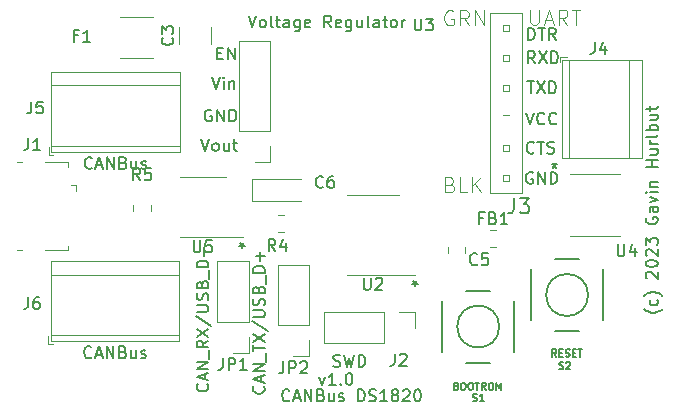
<source format=gbr>
%TF.GenerationSoftware,KiCad,Pcbnew,6.0.11-2627ca5db0~126~ubuntu22.04.1*%
%TF.CreationDate,2023-02-28T17:01:24-05:00*%
%TF.ProjectId,canbus-ds1820,63616e62-7573-42d6-9473-313832302e6b,1.0*%
%TF.SameCoordinates,Original*%
%TF.FileFunction,Legend,Top*%
%TF.FilePolarity,Positive*%
%FSLAX46Y46*%
G04 Gerber Fmt 4.6, Leading zero omitted, Abs format (unit mm)*
G04 Created by KiCad (PCBNEW 6.0.11-2627ca5db0~126~ubuntu22.04.1) date 2023-02-28 17:01:24*
%MOMM*%
%LPD*%
G01*
G04 APERTURE LIST*
%ADD10C,0.150000*%
%ADD11C,0.127000*%
%ADD12C,0.101600*%
%ADD13C,0.120000*%
%ADD14C,0.203200*%
%ADD15C,0.066040*%
G04 APERTURE END LIST*
D10*
X78188095Y-102482142D02*
X78140476Y-102529761D01*
X77997619Y-102577380D01*
X77902380Y-102577380D01*
X77759523Y-102529761D01*
X77664285Y-102434523D01*
X77616666Y-102339285D01*
X77569047Y-102148809D01*
X77569047Y-102005952D01*
X77616666Y-101815476D01*
X77664285Y-101720238D01*
X77759523Y-101625000D01*
X77902380Y-101577380D01*
X77997619Y-101577380D01*
X78140476Y-101625000D01*
X78188095Y-101672619D01*
X78569047Y-102291666D02*
X79045238Y-102291666D01*
X78473809Y-102577380D02*
X78807142Y-101577380D01*
X79140476Y-102577380D01*
X79473809Y-102577380D02*
X79473809Y-101577380D01*
X80045238Y-102577380D01*
X80045238Y-101577380D01*
X80854761Y-102053571D02*
X80997619Y-102101190D01*
X81045238Y-102148809D01*
X81092857Y-102244047D01*
X81092857Y-102386904D01*
X81045238Y-102482142D01*
X80997619Y-102529761D01*
X80902380Y-102577380D01*
X80521428Y-102577380D01*
X80521428Y-101577380D01*
X80854761Y-101577380D01*
X80950000Y-101625000D01*
X80997619Y-101672619D01*
X81045238Y-101767857D01*
X81045238Y-101863095D01*
X80997619Y-101958333D01*
X80950000Y-102005952D01*
X80854761Y-102053571D01*
X80521428Y-102053571D01*
X81950000Y-101910714D02*
X81950000Y-102577380D01*
X81521428Y-101910714D02*
X81521428Y-102434523D01*
X81569047Y-102529761D01*
X81664285Y-102577380D01*
X81807142Y-102577380D01*
X81902380Y-102529761D01*
X81950000Y-102482142D01*
X82378571Y-102529761D02*
X82473809Y-102577380D01*
X82664285Y-102577380D01*
X82759523Y-102529761D01*
X82807142Y-102434523D01*
X82807142Y-102386904D01*
X82759523Y-102291666D01*
X82664285Y-102244047D01*
X82521428Y-102244047D01*
X82426190Y-102196428D01*
X82378571Y-102101190D01*
X82378571Y-102053571D01*
X82426190Y-101958333D01*
X82521428Y-101910714D01*
X82664285Y-101910714D01*
X82759523Y-101958333D01*
X83997619Y-102577380D02*
X83997619Y-101577380D01*
X84235714Y-101577380D01*
X84378571Y-101625000D01*
X84473809Y-101720238D01*
X84521428Y-101815476D01*
X84569047Y-102005952D01*
X84569047Y-102148809D01*
X84521428Y-102339285D01*
X84473809Y-102434523D01*
X84378571Y-102529761D01*
X84235714Y-102577380D01*
X83997619Y-102577380D01*
X84950000Y-102529761D02*
X85092857Y-102577380D01*
X85330952Y-102577380D01*
X85426190Y-102529761D01*
X85473809Y-102482142D01*
X85521428Y-102386904D01*
X85521428Y-102291666D01*
X85473809Y-102196428D01*
X85426190Y-102148809D01*
X85330952Y-102101190D01*
X85140476Y-102053571D01*
X85045238Y-102005952D01*
X84997619Y-101958333D01*
X84950000Y-101863095D01*
X84950000Y-101767857D01*
X84997619Y-101672619D01*
X85045238Y-101625000D01*
X85140476Y-101577380D01*
X85378571Y-101577380D01*
X85521428Y-101625000D01*
X86473809Y-102577380D02*
X85902380Y-102577380D01*
X86188095Y-102577380D02*
X86188095Y-101577380D01*
X86092857Y-101720238D01*
X85997619Y-101815476D01*
X85902380Y-101863095D01*
X87045238Y-102005952D02*
X86950000Y-101958333D01*
X86902380Y-101910714D01*
X86854761Y-101815476D01*
X86854761Y-101767857D01*
X86902380Y-101672619D01*
X86950000Y-101625000D01*
X87045238Y-101577380D01*
X87235714Y-101577380D01*
X87330952Y-101625000D01*
X87378571Y-101672619D01*
X87426190Y-101767857D01*
X87426190Y-101815476D01*
X87378571Y-101910714D01*
X87330952Y-101958333D01*
X87235714Y-102005952D01*
X87045238Y-102005952D01*
X86950000Y-102053571D01*
X86902380Y-102101190D01*
X86854761Y-102196428D01*
X86854761Y-102386904D01*
X86902380Y-102482142D01*
X86950000Y-102529761D01*
X87045238Y-102577380D01*
X87235714Y-102577380D01*
X87330952Y-102529761D01*
X87378571Y-102482142D01*
X87426190Y-102386904D01*
X87426190Y-102196428D01*
X87378571Y-102101190D01*
X87330952Y-102053571D01*
X87235714Y-102005952D01*
X87807142Y-101672619D02*
X87854761Y-101625000D01*
X87950000Y-101577380D01*
X88188095Y-101577380D01*
X88283333Y-101625000D01*
X88330952Y-101672619D01*
X88378571Y-101767857D01*
X88378571Y-101863095D01*
X88330952Y-102005952D01*
X87759523Y-102577380D01*
X88378571Y-102577380D01*
X88997619Y-101577380D02*
X89092857Y-101577380D01*
X89188095Y-101625000D01*
X89235714Y-101672619D01*
X89283333Y-101767857D01*
X89330952Y-101958333D01*
X89330952Y-102196428D01*
X89283333Y-102386904D01*
X89235714Y-102482142D01*
X89188095Y-102529761D01*
X89092857Y-102577380D01*
X88997619Y-102577380D01*
X88902380Y-102529761D01*
X88854761Y-102482142D01*
X88807142Y-102386904D01*
X88759523Y-102196428D01*
X88759523Y-101958333D01*
X88807142Y-101767857D01*
X88854761Y-101672619D01*
X88902380Y-101625000D01*
X88997619Y-101577380D01*
X80721428Y-100535714D02*
X80959523Y-101202380D01*
X81197619Y-100535714D01*
X82102380Y-101202380D02*
X81530952Y-101202380D01*
X81816666Y-101202380D02*
X81816666Y-100202380D01*
X81721428Y-100345238D01*
X81626190Y-100440476D01*
X81530952Y-100488095D01*
X82530952Y-101107142D02*
X82578571Y-101154761D01*
X82530952Y-101202380D01*
X82483333Y-101154761D01*
X82530952Y-101107142D01*
X82530952Y-101202380D01*
X83197619Y-100202380D02*
X83292857Y-100202380D01*
X83388095Y-100250000D01*
X83435714Y-100297619D01*
X83483333Y-100392857D01*
X83530952Y-100583333D01*
X83530952Y-100821428D01*
X83483333Y-101011904D01*
X83435714Y-101107142D01*
X83388095Y-101154761D01*
X83292857Y-101202380D01*
X83197619Y-101202380D01*
X83102380Y-101154761D01*
X83054761Y-101107142D01*
X83007142Y-101011904D01*
X82959523Y-100821428D01*
X82959523Y-100583333D01*
X83007142Y-100392857D01*
X83054761Y-100297619D01*
X83102380Y-100250000D01*
X83197619Y-100202380D01*
X109758333Y-94780952D02*
X109710714Y-94828571D01*
X109567857Y-94923809D01*
X109472619Y-94971428D01*
X109329761Y-95019047D01*
X109091666Y-95066666D01*
X108901190Y-95066666D01*
X108663095Y-95019047D01*
X108520238Y-94971428D01*
X108425000Y-94923809D01*
X108282142Y-94828571D01*
X108234523Y-94780952D01*
X109329761Y-93971428D02*
X109377380Y-94066666D01*
X109377380Y-94257142D01*
X109329761Y-94352380D01*
X109282142Y-94400000D01*
X109186904Y-94447619D01*
X108901190Y-94447619D01*
X108805952Y-94400000D01*
X108758333Y-94352380D01*
X108710714Y-94257142D01*
X108710714Y-94066666D01*
X108758333Y-93971428D01*
X109758333Y-93638095D02*
X109710714Y-93590476D01*
X109567857Y-93495238D01*
X109472619Y-93447619D01*
X109329761Y-93400000D01*
X109091666Y-93352380D01*
X108901190Y-93352380D01*
X108663095Y-93400000D01*
X108520238Y-93447619D01*
X108425000Y-93495238D01*
X108282142Y-93590476D01*
X108234523Y-93638095D01*
X108472619Y-92161904D02*
X108425000Y-92114285D01*
X108377380Y-92019047D01*
X108377380Y-91780952D01*
X108425000Y-91685714D01*
X108472619Y-91638095D01*
X108567857Y-91590476D01*
X108663095Y-91590476D01*
X108805952Y-91638095D01*
X109377380Y-92209523D01*
X109377380Y-91590476D01*
X108377380Y-90971428D02*
X108377380Y-90876190D01*
X108425000Y-90780952D01*
X108472619Y-90733333D01*
X108567857Y-90685714D01*
X108758333Y-90638095D01*
X108996428Y-90638095D01*
X109186904Y-90685714D01*
X109282142Y-90733333D01*
X109329761Y-90780952D01*
X109377380Y-90876190D01*
X109377380Y-90971428D01*
X109329761Y-91066666D01*
X109282142Y-91114285D01*
X109186904Y-91161904D01*
X108996428Y-91209523D01*
X108758333Y-91209523D01*
X108567857Y-91161904D01*
X108472619Y-91114285D01*
X108425000Y-91066666D01*
X108377380Y-90971428D01*
X108472619Y-90257142D02*
X108425000Y-90209523D01*
X108377380Y-90114285D01*
X108377380Y-89876190D01*
X108425000Y-89780952D01*
X108472619Y-89733333D01*
X108567857Y-89685714D01*
X108663095Y-89685714D01*
X108805952Y-89733333D01*
X109377380Y-90304761D01*
X109377380Y-89685714D01*
X108377380Y-89352380D02*
X108377380Y-88733333D01*
X108758333Y-89066666D01*
X108758333Y-88923809D01*
X108805952Y-88828571D01*
X108853571Y-88780952D01*
X108948809Y-88733333D01*
X109186904Y-88733333D01*
X109282142Y-88780952D01*
X109329761Y-88828571D01*
X109377380Y-88923809D01*
X109377380Y-89209523D01*
X109329761Y-89304761D01*
X109282142Y-89352380D01*
X108425000Y-87019047D02*
X108377380Y-87114285D01*
X108377380Y-87257142D01*
X108425000Y-87400000D01*
X108520238Y-87495238D01*
X108615476Y-87542857D01*
X108805952Y-87590476D01*
X108948809Y-87590476D01*
X109139285Y-87542857D01*
X109234523Y-87495238D01*
X109329761Y-87400000D01*
X109377380Y-87257142D01*
X109377380Y-87161904D01*
X109329761Y-87019047D01*
X109282142Y-86971428D01*
X108948809Y-86971428D01*
X108948809Y-87161904D01*
X109377380Y-86114285D02*
X108853571Y-86114285D01*
X108758333Y-86161904D01*
X108710714Y-86257142D01*
X108710714Y-86447619D01*
X108758333Y-86542857D01*
X109329761Y-86114285D02*
X109377380Y-86209523D01*
X109377380Y-86447619D01*
X109329761Y-86542857D01*
X109234523Y-86590476D01*
X109139285Y-86590476D01*
X109044047Y-86542857D01*
X108996428Y-86447619D01*
X108996428Y-86209523D01*
X108948809Y-86114285D01*
X108710714Y-85733333D02*
X109377380Y-85495238D01*
X108710714Y-85257142D01*
X109377380Y-84876190D02*
X108710714Y-84876190D01*
X108377380Y-84876190D02*
X108425000Y-84923809D01*
X108472619Y-84876190D01*
X108425000Y-84828571D01*
X108377380Y-84876190D01*
X108472619Y-84876190D01*
X108710714Y-84400000D02*
X109377380Y-84400000D01*
X108805952Y-84400000D02*
X108758333Y-84352380D01*
X108710714Y-84257142D01*
X108710714Y-84114285D01*
X108758333Y-84019047D01*
X108853571Y-83971428D01*
X109377380Y-83971428D01*
X109377380Y-82733333D02*
X108377380Y-82733333D01*
X108853571Y-82733333D02*
X108853571Y-82161904D01*
X109377380Y-82161904D02*
X108377380Y-82161904D01*
X108710714Y-81257142D02*
X109377380Y-81257142D01*
X108710714Y-81685714D02*
X109234523Y-81685714D01*
X109329761Y-81638095D01*
X109377380Y-81542857D01*
X109377380Y-81400000D01*
X109329761Y-81304761D01*
X109282142Y-81257142D01*
X109377380Y-80780952D02*
X108710714Y-80780952D01*
X108901190Y-80780952D02*
X108805952Y-80733333D01*
X108758333Y-80685714D01*
X108710714Y-80590476D01*
X108710714Y-80495238D01*
X109377380Y-80019047D02*
X109329761Y-80114285D01*
X109234523Y-80161904D01*
X108377380Y-80161904D01*
X109377380Y-79638095D02*
X108377380Y-79638095D01*
X108758333Y-79638095D02*
X108710714Y-79542857D01*
X108710714Y-79352380D01*
X108758333Y-79257142D01*
X108805952Y-79209523D01*
X108901190Y-79161904D01*
X109186904Y-79161904D01*
X109282142Y-79209523D01*
X109329761Y-79257142D01*
X109377380Y-79352380D01*
X109377380Y-79542857D01*
X109329761Y-79638095D01*
X108710714Y-78304761D02*
X109377380Y-78304761D01*
X108710714Y-78733333D02*
X109234523Y-78733333D01*
X109329761Y-78685714D01*
X109377380Y-78590476D01*
X109377380Y-78447619D01*
X109329761Y-78352380D01*
X109282142Y-78304761D01*
X108710714Y-77971428D02*
X108710714Y-77590476D01*
X108377380Y-77828571D02*
X109234523Y-77828571D01*
X109329761Y-77780952D01*
X109377380Y-77685714D01*
X109377380Y-77590476D01*
%TO.C,U4*%
X105988095Y-89302380D02*
X105988095Y-90111904D01*
X106035714Y-90207142D01*
X106083333Y-90254761D01*
X106178571Y-90302380D01*
X106369047Y-90302380D01*
X106464285Y-90254761D01*
X106511904Y-90207142D01*
X106559523Y-90111904D01*
X106559523Y-89302380D01*
X107464285Y-89635714D02*
X107464285Y-90302380D01*
X107226190Y-89254761D02*
X106988095Y-89969047D01*
X107607142Y-89969047D01*
X100625850Y-82362380D02*
X100625850Y-82600476D01*
X100387754Y-82505238D02*
X100625850Y-82600476D01*
X100863945Y-82505238D01*
X100482992Y-82790952D02*
X100625850Y-82600476D01*
X100768707Y-82790952D01*
X100625850Y-82362380D02*
X100625850Y-82600476D01*
X100387754Y-82505238D02*
X100625850Y-82600476D01*
X100863945Y-82505238D01*
X100482992Y-82790952D02*
X100625850Y-82600476D01*
X100768707Y-82790952D01*
%TO.C,J4*%
X104041666Y-72177380D02*
X104041666Y-72891666D01*
X103994047Y-73034523D01*
X103898809Y-73129761D01*
X103755952Y-73177380D01*
X103660714Y-73177380D01*
X104946428Y-72510714D02*
X104946428Y-73177380D01*
X104708333Y-72129761D02*
X104470238Y-72844047D01*
X105089285Y-72844047D01*
%TO.C,JP1*%
X72566666Y-98922380D02*
X72566666Y-99636666D01*
X72519047Y-99779523D01*
X72423809Y-99874761D01*
X72280952Y-99922380D01*
X72185714Y-99922380D01*
X73042857Y-99922380D02*
X73042857Y-98922380D01*
X73423809Y-98922380D01*
X73519047Y-98970000D01*
X73566666Y-99017619D01*
X73614285Y-99112857D01*
X73614285Y-99255714D01*
X73566666Y-99350952D01*
X73519047Y-99398571D01*
X73423809Y-99446190D01*
X73042857Y-99446190D01*
X74566666Y-99922380D02*
X73995238Y-99922380D01*
X74280952Y-99922380D02*
X74280952Y-98922380D01*
X74185714Y-99065238D01*
X74090476Y-99160476D01*
X73995238Y-99208095D01*
X71232142Y-101098809D02*
X71279761Y-101146428D01*
X71327380Y-101289285D01*
X71327380Y-101384523D01*
X71279761Y-101527380D01*
X71184523Y-101622619D01*
X71089285Y-101670238D01*
X70898809Y-101717857D01*
X70755952Y-101717857D01*
X70565476Y-101670238D01*
X70470238Y-101622619D01*
X70375000Y-101527380D01*
X70327380Y-101384523D01*
X70327380Y-101289285D01*
X70375000Y-101146428D01*
X70422619Y-101098809D01*
X71041666Y-100717857D02*
X71041666Y-100241666D01*
X71327380Y-100813095D02*
X70327380Y-100479761D01*
X71327380Y-100146428D01*
X71327380Y-99813095D02*
X70327380Y-99813095D01*
X71327380Y-99241666D01*
X70327380Y-99241666D01*
X71422619Y-99003571D02*
X71422619Y-98241666D01*
X71327380Y-97432142D02*
X70851190Y-97765476D01*
X71327380Y-98003571D02*
X70327380Y-98003571D01*
X70327380Y-97622619D01*
X70375000Y-97527380D01*
X70422619Y-97479761D01*
X70517857Y-97432142D01*
X70660714Y-97432142D01*
X70755952Y-97479761D01*
X70803571Y-97527380D01*
X70851190Y-97622619D01*
X70851190Y-98003571D01*
X70327380Y-97098809D02*
X71327380Y-96432142D01*
X70327380Y-96432142D02*
X71327380Y-97098809D01*
X70279761Y-95336904D02*
X71565476Y-96194047D01*
X70327380Y-95003571D02*
X71136904Y-95003571D01*
X71232142Y-94955952D01*
X71279761Y-94908333D01*
X71327380Y-94813095D01*
X71327380Y-94622619D01*
X71279761Y-94527380D01*
X71232142Y-94479761D01*
X71136904Y-94432142D01*
X70327380Y-94432142D01*
X71279761Y-94003571D02*
X71327380Y-93860714D01*
X71327380Y-93622619D01*
X71279761Y-93527380D01*
X71232142Y-93479761D01*
X71136904Y-93432142D01*
X71041666Y-93432142D01*
X70946428Y-93479761D01*
X70898809Y-93527380D01*
X70851190Y-93622619D01*
X70803571Y-93813095D01*
X70755952Y-93908333D01*
X70708333Y-93955952D01*
X70613095Y-94003571D01*
X70517857Y-94003571D01*
X70422619Y-93955952D01*
X70375000Y-93908333D01*
X70327380Y-93813095D01*
X70327380Y-93575000D01*
X70375000Y-93432142D01*
X70803571Y-92670238D02*
X70851190Y-92527380D01*
X70898809Y-92479761D01*
X70994047Y-92432142D01*
X71136904Y-92432142D01*
X71232142Y-92479761D01*
X71279761Y-92527380D01*
X71327380Y-92622619D01*
X71327380Y-93003571D01*
X70327380Y-93003571D01*
X70327380Y-92670238D01*
X70375000Y-92575000D01*
X70422619Y-92527380D01*
X70517857Y-92479761D01*
X70613095Y-92479761D01*
X70708333Y-92527380D01*
X70755952Y-92575000D01*
X70803571Y-92670238D01*
X70803571Y-93003571D01*
X71422619Y-92241666D02*
X71422619Y-91479761D01*
X71327380Y-91241666D02*
X70327380Y-91241666D01*
X70327380Y-91003571D01*
X70375000Y-90860714D01*
X70470238Y-90765476D01*
X70565476Y-90717857D01*
X70755952Y-90670238D01*
X70898809Y-90670238D01*
X71089285Y-90717857D01*
X71184523Y-90765476D01*
X71279761Y-90860714D01*
X71327380Y-91003571D01*
X71327380Y-91241666D01*
X70946428Y-90241666D02*
X70946428Y-89479761D01*
%TO.C,J6*%
X56066666Y-93752380D02*
X56066666Y-94466666D01*
X56019047Y-94609523D01*
X55923809Y-94704761D01*
X55780952Y-94752380D01*
X55685714Y-94752380D01*
X56971428Y-93752380D02*
X56780952Y-93752380D01*
X56685714Y-93800000D01*
X56638095Y-93847619D01*
X56542857Y-93990476D01*
X56495238Y-94180952D01*
X56495238Y-94561904D01*
X56542857Y-94657142D01*
X56590476Y-94704761D01*
X56685714Y-94752380D01*
X56876190Y-94752380D01*
X56971428Y-94704761D01*
X57019047Y-94657142D01*
X57066666Y-94561904D01*
X57066666Y-94323809D01*
X57019047Y-94228571D01*
X56971428Y-94180952D01*
X56876190Y-94133333D01*
X56685714Y-94133333D01*
X56590476Y-94180952D01*
X56542857Y-94228571D01*
X56495238Y-94323809D01*
X61435000Y-98827142D02*
X61387380Y-98874761D01*
X61244523Y-98922380D01*
X61149285Y-98922380D01*
X61006428Y-98874761D01*
X60911190Y-98779523D01*
X60863571Y-98684285D01*
X60815952Y-98493809D01*
X60815952Y-98350952D01*
X60863571Y-98160476D01*
X60911190Y-98065238D01*
X61006428Y-97970000D01*
X61149285Y-97922380D01*
X61244523Y-97922380D01*
X61387380Y-97970000D01*
X61435000Y-98017619D01*
X61815952Y-98636666D02*
X62292142Y-98636666D01*
X61720714Y-98922380D02*
X62054047Y-97922380D01*
X62387380Y-98922380D01*
X62720714Y-98922380D02*
X62720714Y-97922380D01*
X63292142Y-98922380D01*
X63292142Y-97922380D01*
X64101666Y-98398571D02*
X64244523Y-98446190D01*
X64292142Y-98493809D01*
X64339761Y-98589047D01*
X64339761Y-98731904D01*
X64292142Y-98827142D01*
X64244523Y-98874761D01*
X64149285Y-98922380D01*
X63768333Y-98922380D01*
X63768333Y-97922380D01*
X64101666Y-97922380D01*
X64196904Y-97970000D01*
X64244523Y-98017619D01*
X64292142Y-98112857D01*
X64292142Y-98208095D01*
X64244523Y-98303333D01*
X64196904Y-98350952D01*
X64101666Y-98398571D01*
X63768333Y-98398571D01*
X65196904Y-98255714D02*
X65196904Y-98922380D01*
X64768333Y-98255714D02*
X64768333Y-98779523D01*
X64815952Y-98874761D01*
X64911190Y-98922380D01*
X65054047Y-98922380D01*
X65149285Y-98874761D01*
X65196904Y-98827142D01*
X65625476Y-98874761D02*
X65720714Y-98922380D01*
X65911190Y-98922380D01*
X66006428Y-98874761D01*
X66054047Y-98779523D01*
X66054047Y-98731904D01*
X66006428Y-98636666D01*
X65911190Y-98589047D01*
X65768333Y-98589047D01*
X65673095Y-98541428D01*
X65625476Y-98446190D01*
X65625476Y-98398571D01*
X65673095Y-98303333D01*
X65768333Y-98255714D01*
X65911190Y-98255714D01*
X66006428Y-98303333D01*
%TO.C,J2*%
X87116666Y-98552380D02*
X87116666Y-99266666D01*
X87069047Y-99409523D01*
X86973809Y-99504761D01*
X86830952Y-99552380D01*
X86735714Y-99552380D01*
X87545238Y-98647619D02*
X87592857Y-98600000D01*
X87688095Y-98552380D01*
X87926190Y-98552380D01*
X88021428Y-98600000D01*
X88069047Y-98647619D01*
X88116666Y-98742857D01*
X88116666Y-98838095D01*
X88069047Y-98980952D01*
X87497619Y-99552380D01*
X88116666Y-99552380D01*
X81917857Y-99604761D02*
X82060714Y-99652380D01*
X82298809Y-99652380D01*
X82394047Y-99604761D01*
X82441666Y-99557142D01*
X82489285Y-99461904D01*
X82489285Y-99366666D01*
X82441666Y-99271428D01*
X82394047Y-99223809D01*
X82298809Y-99176190D01*
X82108333Y-99128571D01*
X82013095Y-99080952D01*
X81965476Y-99033333D01*
X81917857Y-98938095D01*
X81917857Y-98842857D01*
X81965476Y-98747619D01*
X82013095Y-98700000D01*
X82108333Y-98652380D01*
X82346428Y-98652380D01*
X82489285Y-98700000D01*
X82822619Y-98652380D02*
X83060714Y-99652380D01*
X83251190Y-98938095D01*
X83441666Y-99652380D01*
X83679761Y-98652380D01*
X84060714Y-99652380D02*
X84060714Y-98652380D01*
X84298809Y-98652380D01*
X84441666Y-98700000D01*
X84536904Y-98795238D01*
X84584523Y-98890476D01*
X84632142Y-99080952D01*
X84632142Y-99223809D01*
X84584523Y-99414285D01*
X84536904Y-99509523D01*
X84441666Y-99604761D01*
X84298809Y-99652380D01*
X84060714Y-99652380D01*
%TO.C,R5*%
X65558333Y-83852380D02*
X65225000Y-83376190D01*
X64986904Y-83852380D02*
X64986904Y-82852380D01*
X65367857Y-82852380D01*
X65463095Y-82900000D01*
X65510714Y-82947619D01*
X65558333Y-83042857D01*
X65558333Y-83185714D01*
X65510714Y-83280952D01*
X65463095Y-83328571D01*
X65367857Y-83376190D01*
X64986904Y-83376190D01*
X66463095Y-82852380D02*
X65986904Y-82852380D01*
X65939285Y-83328571D01*
X65986904Y-83280952D01*
X66082142Y-83233333D01*
X66320238Y-83233333D01*
X66415476Y-83280952D01*
X66463095Y-83328571D01*
X66510714Y-83423809D01*
X66510714Y-83661904D01*
X66463095Y-83757142D01*
X66415476Y-83804761D01*
X66320238Y-83852380D01*
X66082142Y-83852380D01*
X65986904Y-83804761D01*
X65939285Y-83757142D01*
%TO.C,C5*%
X94083333Y-90957142D02*
X94035714Y-91004761D01*
X93892857Y-91052380D01*
X93797619Y-91052380D01*
X93654761Y-91004761D01*
X93559523Y-90909523D01*
X93511904Y-90814285D01*
X93464285Y-90623809D01*
X93464285Y-90480952D01*
X93511904Y-90290476D01*
X93559523Y-90195238D01*
X93654761Y-90100000D01*
X93797619Y-90052380D01*
X93892857Y-90052380D01*
X94035714Y-90100000D01*
X94083333Y-90147619D01*
X94988095Y-90052380D02*
X94511904Y-90052380D01*
X94464285Y-90528571D01*
X94511904Y-90480952D01*
X94607142Y-90433333D01*
X94845238Y-90433333D01*
X94940476Y-90480952D01*
X94988095Y-90528571D01*
X95035714Y-90623809D01*
X95035714Y-90861904D01*
X94988095Y-90957142D01*
X94940476Y-91004761D01*
X94845238Y-91052380D01*
X94607142Y-91052380D01*
X94511904Y-91004761D01*
X94464285Y-90957142D01*
D11*
%TO.C,S1*%
X93710542Y-102521742D02*
X93797628Y-102550771D01*
X93942771Y-102550771D01*
X94000828Y-102521742D01*
X94029857Y-102492714D01*
X94058885Y-102434657D01*
X94058885Y-102376600D01*
X94029857Y-102318542D01*
X94000828Y-102289514D01*
X93942771Y-102260485D01*
X93826657Y-102231457D01*
X93768600Y-102202428D01*
X93739571Y-102173400D01*
X93710542Y-102115342D01*
X93710542Y-102057285D01*
X93739571Y-101999228D01*
X93768600Y-101970200D01*
X93826657Y-101941171D01*
X93971800Y-101941171D01*
X94058885Y-101970200D01*
X94639457Y-102550771D02*
X94291114Y-102550771D01*
X94465285Y-102550771D02*
X94465285Y-101941171D01*
X94407228Y-102028257D01*
X94349171Y-102086314D01*
X94291114Y-102115342D01*
X92325228Y-101281457D02*
X92412314Y-101310485D01*
X92441342Y-101339514D01*
X92470371Y-101397571D01*
X92470371Y-101484657D01*
X92441342Y-101542714D01*
X92412314Y-101571742D01*
X92354257Y-101600771D01*
X92122028Y-101600771D01*
X92122028Y-100991171D01*
X92325228Y-100991171D01*
X92383285Y-101020200D01*
X92412314Y-101049228D01*
X92441342Y-101107285D01*
X92441342Y-101165342D01*
X92412314Y-101223400D01*
X92383285Y-101252428D01*
X92325228Y-101281457D01*
X92122028Y-101281457D01*
X92847742Y-100991171D02*
X92963857Y-100991171D01*
X93021914Y-101020200D01*
X93079971Y-101078257D01*
X93109000Y-101194371D01*
X93109000Y-101397571D01*
X93079971Y-101513685D01*
X93021914Y-101571742D01*
X92963857Y-101600771D01*
X92847742Y-101600771D01*
X92789685Y-101571742D01*
X92731628Y-101513685D01*
X92702600Y-101397571D01*
X92702600Y-101194371D01*
X92731628Y-101078257D01*
X92789685Y-101020200D01*
X92847742Y-100991171D01*
X93486371Y-100991171D02*
X93602485Y-100991171D01*
X93660542Y-101020200D01*
X93718600Y-101078257D01*
X93747628Y-101194371D01*
X93747628Y-101397571D01*
X93718600Y-101513685D01*
X93660542Y-101571742D01*
X93602485Y-101600771D01*
X93486371Y-101600771D01*
X93428314Y-101571742D01*
X93370257Y-101513685D01*
X93341228Y-101397571D01*
X93341228Y-101194371D01*
X93370257Y-101078257D01*
X93428314Y-101020200D01*
X93486371Y-100991171D01*
X93921800Y-100991171D02*
X94270142Y-100991171D01*
X94095971Y-101600771D02*
X94095971Y-100991171D01*
X94821685Y-101600771D02*
X94618485Y-101310485D01*
X94473342Y-101600771D02*
X94473342Y-100991171D01*
X94705571Y-100991171D01*
X94763628Y-101020200D01*
X94792657Y-101049228D01*
X94821685Y-101107285D01*
X94821685Y-101194371D01*
X94792657Y-101252428D01*
X94763628Y-101281457D01*
X94705571Y-101310485D01*
X94473342Y-101310485D01*
X95199057Y-100991171D02*
X95315171Y-100991171D01*
X95373228Y-101020200D01*
X95431285Y-101078257D01*
X95460314Y-101194371D01*
X95460314Y-101397571D01*
X95431285Y-101513685D01*
X95373228Y-101571742D01*
X95315171Y-101600771D01*
X95199057Y-101600771D01*
X95141000Y-101571742D01*
X95082942Y-101513685D01*
X95053914Y-101397571D01*
X95053914Y-101194371D01*
X95082942Y-101078257D01*
X95141000Y-101020200D01*
X95199057Y-100991171D01*
X95721571Y-101600771D02*
X95721571Y-100991171D01*
X95924771Y-101426600D01*
X96127971Y-100991171D01*
X96127971Y-101600771D01*
D10*
%TO.C,R4*%
X77008333Y-89852380D02*
X76675000Y-89376190D01*
X76436904Y-89852380D02*
X76436904Y-88852380D01*
X76817857Y-88852380D01*
X76913095Y-88900000D01*
X76960714Y-88947619D01*
X77008333Y-89042857D01*
X77008333Y-89185714D01*
X76960714Y-89280952D01*
X76913095Y-89328571D01*
X76817857Y-89376190D01*
X76436904Y-89376190D01*
X77865476Y-89185714D02*
X77865476Y-89852380D01*
X77627380Y-88804761D02*
X77389285Y-89519047D01*
X78008333Y-89519047D01*
D11*
%TO.C,J3*%
X97226666Y-85404523D02*
X97226666Y-86311666D01*
X97166190Y-86493095D01*
X97045238Y-86614047D01*
X96863809Y-86674523D01*
X96742857Y-86674523D01*
X97710476Y-85404523D02*
X98496666Y-85404523D01*
X98073333Y-85888333D01*
X98254761Y-85888333D01*
X98375714Y-85948809D01*
X98436190Y-86009285D01*
X98496666Y-86130238D01*
X98496666Y-86432619D01*
X98436190Y-86553571D01*
X98375714Y-86614047D01*
X98254761Y-86674523D01*
X97891904Y-86674523D01*
X97770952Y-86614047D01*
X97710476Y-86553571D01*
D12*
X98574047Y-69429523D02*
X98574047Y-70457619D01*
X98634523Y-70578571D01*
X98695000Y-70639047D01*
X98815952Y-70699523D01*
X99057857Y-70699523D01*
X99178809Y-70639047D01*
X99239285Y-70578571D01*
X99299761Y-70457619D01*
X99299761Y-69429523D01*
X99844047Y-70336666D02*
X100448809Y-70336666D01*
X99723095Y-70699523D02*
X100146428Y-69429523D01*
X100569761Y-70699523D01*
X101718809Y-70699523D02*
X101295476Y-70094761D01*
X100993095Y-70699523D02*
X100993095Y-69429523D01*
X101476904Y-69429523D01*
X101597857Y-69490000D01*
X101658333Y-69550476D01*
X101718809Y-69671428D01*
X101718809Y-69852857D01*
X101658333Y-69973809D01*
X101597857Y-70034285D01*
X101476904Y-70094761D01*
X100993095Y-70094761D01*
X102081666Y-69429523D02*
X102807380Y-69429523D01*
X102444523Y-70699523D02*
X102444523Y-69429523D01*
X91816666Y-84234285D02*
X91998095Y-84294761D01*
X92058571Y-84355238D01*
X92119047Y-84476190D01*
X92119047Y-84657619D01*
X92058571Y-84778571D01*
X91998095Y-84839047D01*
X91877142Y-84899523D01*
X91393333Y-84899523D01*
X91393333Y-83629523D01*
X91816666Y-83629523D01*
X91937619Y-83690000D01*
X91998095Y-83750476D01*
X92058571Y-83871428D01*
X92058571Y-83992380D01*
X91998095Y-84113333D01*
X91937619Y-84173809D01*
X91816666Y-84234285D01*
X91393333Y-84234285D01*
X93268095Y-84899523D02*
X92663333Y-84899523D01*
X92663333Y-83629523D01*
X93691428Y-84899523D02*
X93691428Y-83629523D01*
X94417142Y-84899523D02*
X93872857Y-84173809D01*
X94417142Y-83629523D02*
X93691428Y-84355238D01*
D10*
X98214666Y-78138580D02*
X98548000Y-79138580D01*
X98881333Y-78138580D01*
X99786095Y-79043342D02*
X99738476Y-79090961D01*
X99595619Y-79138580D01*
X99500380Y-79138580D01*
X99357523Y-79090961D01*
X99262285Y-78995723D01*
X99214666Y-78900485D01*
X99167047Y-78710009D01*
X99167047Y-78567152D01*
X99214666Y-78376676D01*
X99262285Y-78281438D01*
X99357523Y-78186200D01*
X99500380Y-78138580D01*
X99595619Y-78138580D01*
X99738476Y-78186200D01*
X99786095Y-78233819D01*
X100786095Y-79043342D02*
X100738476Y-79090961D01*
X100595619Y-79138580D01*
X100500380Y-79138580D01*
X100357523Y-79090961D01*
X100262285Y-78995723D01*
X100214666Y-78900485D01*
X100167047Y-78710009D01*
X100167047Y-78567152D01*
X100214666Y-78376676D01*
X100262285Y-78281438D01*
X100357523Y-78186200D01*
X100500380Y-78138580D01*
X100595619Y-78138580D01*
X100738476Y-78186200D01*
X100786095Y-78233819D01*
X98786095Y-83215400D02*
X98690857Y-83167780D01*
X98548000Y-83167780D01*
X98405142Y-83215400D01*
X98309904Y-83310638D01*
X98262285Y-83405876D01*
X98214666Y-83596352D01*
X98214666Y-83739209D01*
X98262285Y-83929685D01*
X98309904Y-84024923D01*
X98405142Y-84120161D01*
X98548000Y-84167780D01*
X98643238Y-84167780D01*
X98786095Y-84120161D01*
X98833714Y-84072542D01*
X98833714Y-83739209D01*
X98643238Y-83739209D01*
X99262285Y-84167780D02*
X99262285Y-83167780D01*
X99833714Y-84167780D01*
X99833714Y-83167780D01*
X100309904Y-84167780D02*
X100309904Y-83167780D01*
X100548000Y-83167780D01*
X100690857Y-83215400D01*
X100786095Y-83310638D01*
X100833714Y-83405876D01*
X100881333Y-83596352D01*
X100881333Y-83739209D01*
X100833714Y-83929685D01*
X100786095Y-84024923D01*
X100690857Y-84120161D01*
X100548000Y-84167780D01*
X100309904Y-84167780D01*
X98407142Y-71977380D02*
X98407142Y-70977380D01*
X98645238Y-70977380D01*
X98788095Y-71025000D01*
X98883333Y-71120238D01*
X98930952Y-71215476D01*
X98978571Y-71405952D01*
X98978571Y-71548809D01*
X98930952Y-71739285D01*
X98883333Y-71834523D01*
X98788095Y-71929761D01*
X98645238Y-71977380D01*
X98407142Y-71977380D01*
X99264285Y-70977380D02*
X99835714Y-70977380D01*
X99550000Y-71977380D02*
X99550000Y-70977380D01*
X100740476Y-71977380D02*
X100407142Y-71501190D01*
X100169047Y-71977380D02*
X100169047Y-70977380D01*
X100550000Y-70977380D01*
X100645238Y-71025000D01*
X100692857Y-71072619D01*
X100740476Y-71167857D01*
X100740476Y-71310714D01*
X100692857Y-71405952D01*
X100645238Y-71453571D01*
X100550000Y-71501190D01*
X100169047Y-71501190D01*
X98336895Y-75496980D02*
X98908323Y-75496980D01*
X98622609Y-76496980D02*
X98622609Y-75496980D01*
X99146419Y-75496980D02*
X99813085Y-76496980D01*
X99813085Y-75496980D02*
X99146419Y-76496980D01*
X100194038Y-76496980D02*
X100194038Y-75496980D01*
X100432133Y-75496980D01*
X100574990Y-75544600D01*
X100670228Y-75639838D01*
X100717847Y-75735076D01*
X100765466Y-75925552D01*
X100765466Y-76068409D01*
X100717847Y-76258885D01*
X100670228Y-76354123D01*
X100574990Y-76449361D01*
X100432133Y-76496980D01*
X100194038Y-76496980D01*
D12*
X92032380Y-69540000D02*
X91911428Y-69479523D01*
X91730000Y-69479523D01*
X91548571Y-69540000D01*
X91427619Y-69660952D01*
X91367142Y-69781904D01*
X91306666Y-70023809D01*
X91306666Y-70205238D01*
X91367142Y-70447142D01*
X91427619Y-70568095D01*
X91548571Y-70689047D01*
X91730000Y-70749523D01*
X91850952Y-70749523D01*
X92032380Y-70689047D01*
X92092857Y-70628571D01*
X92092857Y-70205238D01*
X91850952Y-70205238D01*
X93362857Y-70749523D02*
X92939523Y-70144761D01*
X92637142Y-70749523D02*
X92637142Y-69479523D01*
X93120952Y-69479523D01*
X93241904Y-69540000D01*
X93302380Y-69600476D01*
X93362857Y-69721428D01*
X93362857Y-69902857D01*
X93302380Y-70023809D01*
X93241904Y-70084285D01*
X93120952Y-70144761D01*
X92637142Y-70144761D01*
X93907142Y-70749523D02*
X93907142Y-69479523D01*
X94632857Y-70749523D01*
X94632857Y-69479523D01*
D10*
X98982933Y-73956980D02*
X98649600Y-73480790D01*
X98411504Y-73956980D02*
X98411504Y-72956980D01*
X98792457Y-72956980D01*
X98887695Y-73004600D01*
X98935314Y-73052219D01*
X98982933Y-73147457D01*
X98982933Y-73290314D01*
X98935314Y-73385552D01*
X98887695Y-73433171D01*
X98792457Y-73480790D01*
X98411504Y-73480790D01*
X99316266Y-72956980D02*
X99982933Y-73956980D01*
X99982933Y-72956980D02*
X99316266Y-73956980D01*
X100363885Y-73956980D02*
X100363885Y-72956980D01*
X100601980Y-72956980D01*
X100744838Y-73004600D01*
X100840076Y-73099838D01*
X100887695Y-73195076D01*
X100935314Y-73385552D01*
X100935314Y-73528409D01*
X100887695Y-73718885D01*
X100840076Y-73814123D01*
X100744838Y-73909361D01*
X100601980Y-73956980D01*
X100363885Y-73956980D01*
X98898780Y-81507142D02*
X98851161Y-81554761D01*
X98708304Y-81602380D01*
X98613066Y-81602380D01*
X98470209Y-81554761D01*
X98374971Y-81459523D01*
X98327352Y-81364285D01*
X98279733Y-81173809D01*
X98279733Y-81030952D01*
X98327352Y-80840476D01*
X98374971Y-80745238D01*
X98470209Y-80650000D01*
X98613066Y-80602380D01*
X98708304Y-80602380D01*
X98851161Y-80650000D01*
X98898780Y-80697619D01*
X99184495Y-80602380D02*
X99755923Y-80602380D01*
X99470209Y-81602380D02*
X99470209Y-80602380D01*
X100041638Y-81554761D02*
X100184495Y-81602380D01*
X100422590Y-81602380D01*
X100517828Y-81554761D01*
X100565447Y-81507142D01*
X100613066Y-81411904D01*
X100613066Y-81316666D01*
X100565447Y-81221428D01*
X100517828Y-81173809D01*
X100422590Y-81126190D01*
X100232114Y-81078571D01*
X100136876Y-81030952D01*
X100089257Y-80983333D01*
X100041638Y-80888095D01*
X100041638Y-80792857D01*
X100089257Y-80697619D01*
X100136876Y-80650000D01*
X100232114Y-80602380D01*
X100470209Y-80602380D01*
X100613066Y-80650000D01*
%TO.C,F1*%
X60266666Y-71603571D02*
X59933333Y-71603571D01*
X59933333Y-72127380D02*
X59933333Y-71127380D01*
X60409523Y-71127380D01*
X61314285Y-72127380D02*
X60742857Y-72127380D01*
X61028571Y-72127380D02*
X61028571Y-71127380D01*
X60933333Y-71270238D01*
X60838095Y-71365476D01*
X60742857Y-71413095D01*
%TO.C,C6*%
X81033333Y-84407142D02*
X80985714Y-84454761D01*
X80842857Y-84502380D01*
X80747619Y-84502380D01*
X80604761Y-84454761D01*
X80509523Y-84359523D01*
X80461904Y-84264285D01*
X80414285Y-84073809D01*
X80414285Y-83930952D01*
X80461904Y-83740476D01*
X80509523Y-83645238D01*
X80604761Y-83550000D01*
X80747619Y-83502380D01*
X80842857Y-83502380D01*
X80985714Y-83550000D01*
X81033333Y-83597619D01*
X81890476Y-83502380D02*
X81700000Y-83502380D01*
X81604761Y-83550000D01*
X81557142Y-83597619D01*
X81461904Y-83740476D01*
X81414285Y-83930952D01*
X81414285Y-84311904D01*
X81461904Y-84407142D01*
X81509523Y-84454761D01*
X81604761Y-84502380D01*
X81795238Y-84502380D01*
X81890476Y-84454761D01*
X81938095Y-84407142D01*
X81985714Y-84311904D01*
X81985714Y-84073809D01*
X81938095Y-83978571D01*
X81890476Y-83930952D01*
X81795238Y-83883333D01*
X81604761Y-83883333D01*
X81509523Y-83930952D01*
X81461904Y-83978571D01*
X81414285Y-84073809D01*
%TO.C,J5*%
X56341666Y-77202380D02*
X56341666Y-77916666D01*
X56294047Y-78059523D01*
X56198809Y-78154761D01*
X56055952Y-78202380D01*
X55960714Y-78202380D01*
X57294047Y-77202380D02*
X56817857Y-77202380D01*
X56770238Y-77678571D01*
X56817857Y-77630952D01*
X56913095Y-77583333D01*
X57151190Y-77583333D01*
X57246428Y-77630952D01*
X57294047Y-77678571D01*
X57341666Y-77773809D01*
X57341666Y-78011904D01*
X57294047Y-78107142D01*
X57246428Y-78154761D01*
X57151190Y-78202380D01*
X56913095Y-78202380D01*
X56817857Y-78154761D01*
X56770238Y-78107142D01*
X61470000Y-82802142D02*
X61422380Y-82849761D01*
X61279523Y-82897380D01*
X61184285Y-82897380D01*
X61041428Y-82849761D01*
X60946190Y-82754523D01*
X60898571Y-82659285D01*
X60850952Y-82468809D01*
X60850952Y-82325952D01*
X60898571Y-82135476D01*
X60946190Y-82040238D01*
X61041428Y-81945000D01*
X61184285Y-81897380D01*
X61279523Y-81897380D01*
X61422380Y-81945000D01*
X61470000Y-81992619D01*
X61850952Y-82611666D02*
X62327142Y-82611666D01*
X61755714Y-82897380D02*
X62089047Y-81897380D01*
X62422380Y-82897380D01*
X62755714Y-82897380D02*
X62755714Y-81897380D01*
X63327142Y-82897380D01*
X63327142Y-81897380D01*
X64136666Y-82373571D02*
X64279523Y-82421190D01*
X64327142Y-82468809D01*
X64374761Y-82564047D01*
X64374761Y-82706904D01*
X64327142Y-82802142D01*
X64279523Y-82849761D01*
X64184285Y-82897380D01*
X63803333Y-82897380D01*
X63803333Y-81897380D01*
X64136666Y-81897380D01*
X64231904Y-81945000D01*
X64279523Y-81992619D01*
X64327142Y-82087857D01*
X64327142Y-82183095D01*
X64279523Y-82278333D01*
X64231904Y-82325952D01*
X64136666Y-82373571D01*
X63803333Y-82373571D01*
X65231904Y-82230714D02*
X65231904Y-82897380D01*
X64803333Y-82230714D02*
X64803333Y-82754523D01*
X64850952Y-82849761D01*
X64946190Y-82897380D01*
X65089047Y-82897380D01*
X65184285Y-82849761D01*
X65231904Y-82802142D01*
X65660476Y-82849761D02*
X65755714Y-82897380D01*
X65946190Y-82897380D01*
X66041428Y-82849761D01*
X66089047Y-82754523D01*
X66089047Y-82706904D01*
X66041428Y-82611666D01*
X65946190Y-82564047D01*
X65803333Y-82564047D01*
X65708095Y-82516428D01*
X65660476Y-82421190D01*
X65660476Y-82373571D01*
X65708095Y-82278333D01*
X65803333Y-82230714D01*
X65946190Y-82230714D01*
X66041428Y-82278333D01*
%TO.C,C3*%
X68282142Y-71779166D02*
X68329761Y-71826785D01*
X68377380Y-71969642D01*
X68377380Y-72064880D01*
X68329761Y-72207738D01*
X68234523Y-72302976D01*
X68139285Y-72350595D01*
X67948809Y-72398214D01*
X67805952Y-72398214D01*
X67615476Y-72350595D01*
X67520238Y-72302976D01*
X67425000Y-72207738D01*
X67377380Y-72064880D01*
X67377380Y-71969642D01*
X67425000Y-71826785D01*
X67472619Y-71779166D01*
X67377380Y-71445833D02*
X67377380Y-70826785D01*
X67758333Y-71160119D01*
X67758333Y-71017261D01*
X67805952Y-70922023D01*
X67853571Y-70874404D01*
X67948809Y-70826785D01*
X68186904Y-70826785D01*
X68282142Y-70874404D01*
X68329761Y-70922023D01*
X68377380Y-71017261D01*
X68377380Y-71302976D01*
X68329761Y-71398214D01*
X68282142Y-71445833D01*
%TO.C,U2*%
X84500595Y-92127380D02*
X84500595Y-92936904D01*
X84548214Y-93032142D01*
X84595833Y-93079761D01*
X84691071Y-93127380D01*
X84881547Y-93127380D01*
X84976785Y-93079761D01*
X85024404Y-93032142D01*
X85072023Y-92936904D01*
X85072023Y-92127380D01*
X85500595Y-92222619D02*
X85548214Y-92175000D01*
X85643452Y-92127380D01*
X85881547Y-92127380D01*
X85976785Y-92175000D01*
X86024404Y-92222619D01*
X86072023Y-92317857D01*
X86072023Y-92413095D01*
X86024404Y-92555952D01*
X85452976Y-93127380D01*
X86072023Y-93127380D01*
X88832500Y-92807619D02*
X88832500Y-92569523D01*
X89070595Y-92664761D02*
X88832500Y-92569523D01*
X88594404Y-92664761D01*
X88975357Y-92379047D02*
X88832500Y-92569523D01*
X88689642Y-92379047D01*
%TO.C,U3*%
X88788095Y-70177380D02*
X88788095Y-70986904D01*
X88835714Y-71082142D01*
X88883333Y-71129761D01*
X88978571Y-71177380D01*
X89169047Y-71177380D01*
X89264285Y-71129761D01*
X89311904Y-71082142D01*
X89359523Y-70986904D01*
X89359523Y-70177380D01*
X89740476Y-70177380D02*
X90359523Y-70177380D01*
X90026190Y-70558333D01*
X90169047Y-70558333D01*
X90264285Y-70605952D01*
X90311904Y-70653571D01*
X90359523Y-70748809D01*
X90359523Y-70986904D01*
X90311904Y-71082142D01*
X90264285Y-71129761D01*
X90169047Y-71177380D01*
X89883333Y-71177380D01*
X89788095Y-71129761D01*
X89740476Y-71082142D01*
X74732142Y-69927380D02*
X75065476Y-70927380D01*
X75398809Y-69927380D01*
X75875000Y-70927380D02*
X75779761Y-70879761D01*
X75732142Y-70832142D01*
X75684523Y-70736904D01*
X75684523Y-70451190D01*
X75732142Y-70355952D01*
X75779761Y-70308333D01*
X75875000Y-70260714D01*
X76017857Y-70260714D01*
X76113095Y-70308333D01*
X76160714Y-70355952D01*
X76208333Y-70451190D01*
X76208333Y-70736904D01*
X76160714Y-70832142D01*
X76113095Y-70879761D01*
X76017857Y-70927380D01*
X75875000Y-70927380D01*
X76779761Y-70927380D02*
X76684523Y-70879761D01*
X76636904Y-70784523D01*
X76636904Y-69927380D01*
X77017857Y-70260714D02*
X77398809Y-70260714D01*
X77160714Y-69927380D02*
X77160714Y-70784523D01*
X77208333Y-70879761D01*
X77303571Y-70927380D01*
X77398809Y-70927380D01*
X78160714Y-70927380D02*
X78160714Y-70403571D01*
X78113095Y-70308333D01*
X78017857Y-70260714D01*
X77827380Y-70260714D01*
X77732142Y-70308333D01*
X78160714Y-70879761D02*
X78065476Y-70927380D01*
X77827380Y-70927380D01*
X77732142Y-70879761D01*
X77684523Y-70784523D01*
X77684523Y-70689285D01*
X77732142Y-70594047D01*
X77827380Y-70546428D01*
X78065476Y-70546428D01*
X78160714Y-70498809D01*
X79065476Y-70260714D02*
X79065476Y-71070238D01*
X79017857Y-71165476D01*
X78970238Y-71213095D01*
X78875000Y-71260714D01*
X78732142Y-71260714D01*
X78636904Y-71213095D01*
X79065476Y-70879761D02*
X78970238Y-70927380D01*
X78779761Y-70927380D01*
X78684523Y-70879761D01*
X78636904Y-70832142D01*
X78589285Y-70736904D01*
X78589285Y-70451190D01*
X78636904Y-70355952D01*
X78684523Y-70308333D01*
X78779761Y-70260714D01*
X78970238Y-70260714D01*
X79065476Y-70308333D01*
X79922619Y-70879761D02*
X79827380Y-70927380D01*
X79636904Y-70927380D01*
X79541666Y-70879761D01*
X79494047Y-70784523D01*
X79494047Y-70403571D01*
X79541666Y-70308333D01*
X79636904Y-70260714D01*
X79827380Y-70260714D01*
X79922619Y-70308333D01*
X79970238Y-70403571D01*
X79970238Y-70498809D01*
X79494047Y-70594047D01*
X81732142Y-70927380D02*
X81398809Y-70451190D01*
X81160714Y-70927380D02*
X81160714Y-69927380D01*
X81541666Y-69927380D01*
X81636904Y-69975000D01*
X81684523Y-70022619D01*
X81732142Y-70117857D01*
X81732142Y-70260714D01*
X81684523Y-70355952D01*
X81636904Y-70403571D01*
X81541666Y-70451190D01*
X81160714Y-70451190D01*
X82541666Y-70879761D02*
X82446428Y-70927380D01*
X82255952Y-70927380D01*
X82160714Y-70879761D01*
X82113095Y-70784523D01*
X82113095Y-70403571D01*
X82160714Y-70308333D01*
X82255952Y-70260714D01*
X82446428Y-70260714D01*
X82541666Y-70308333D01*
X82589285Y-70403571D01*
X82589285Y-70498809D01*
X82113095Y-70594047D01*
X83446428Y-70260714D02*
X83446428Y-71070238D01*
X83398809Y-71165476D01*
X83351190Y-71213095D01*
X83255952Y-71260714D01*
X83113095Y-71260714D01*
X83017857Y-71213095D01*
X83446428Y-70879761D02*
X83351190Y-70927380D01*
X83160714Y-70927380D01*
X83065476Y-70879761D01*
X83017857Y-70832142D01*
X82970238Y-70736904D01*
X82970238Y-70451190D01*
X83017857Y-70355952D01*
X83065476Y-70308333D01*
X83160714Y-70260714D01*
X83351190Y-70260714D01*
X83446428Y-70308333D01*
X84351190Y-70260714D02*
X84351190Y-70927380D01*
X83922619Y-70260714D02*
X83922619Y-70784523D01*
X83970238Y-70879761D01*
X84065476Y-70927380D01*
X84208333Y-70927380D01*
X84303571Y-70879761D01*
X84351190Y-70832142D01*
X84970238Y-70927380D02*
X84875000Y-70879761D01*
X84827380Y-70784523D01*
X84827380Y-69927380D01*
X85779761Y-70927380D02*
X85779761Y-70403571D01*
X85732142Y-70308333D01*
X85636904Y-70260714D01*
X85446428Y-70260714D01*
X85351190Y-70308333D01*
X85779761Y-70879761D02*
X85684523Y-70927380D01*
X85446428Y-70927380D01*
X85351190Y-70879761D01*
X85303571Y-70784523D01*
X85303571Y-70689285D01*
X85351190Y-70594047D01*
X85446428Y-70546428D01*
X85684523Y-70546428D01*
X85779761Y-70498809D01*
X86113095Y-70260714D02*
X86494047Y-70260714D01*
X86255952Y-69927380D02*
X86255952Y-70784523D01*
X86303571Y-70879761D01*
X86398809Y-70927380D01*
X86494047Y-70927380D01*
X86970238Y-70927380D02*
X86875000Y-70879761D01*
X86827380Y-70832142D01*
X86779761Y-70736904D01*
X86779761Y-70451190D01*
X86827380Y-70355952D01*
X86875000Y-70308333D01*
X86970238Y-70260714D01*
X87113095Y-70260714D01*
X87208333Y-70308333D01*
X87255952Y-70355952D01*
X87303571Y-70451190D01*
X87303571Y-70736904D01*
X87255952Y-70832142D01*
X87208333Y-70879761D01*
X87113095Y-70927380D01*
X86970238Y-70927380D01*
X87732142Y-70927380D02*
X87732142Y-70260714D01*
X87732142Y-70451190D02*
X87779761Y-70355952D01*
X87827380Y-70308333D01*
X87922619Y-70260714D01*
X88017857Y-70260714D01*
X72073104Y-73103771D02*
X72406438Y-73103771D01*
X72549295Y-73627580D02*
X72073104Y-73627580D01*
X72073104Y-72627580D01*
X72549295Y-72627580D01*
X72977866Y-73627580D02*
X72977866Y-72627580D01*
X73549295Y-73627580D01*
X73549295Y-72627580D01*
X71592095Y-77933000D02*
X71496857Y-77885380D01*
X71354000Y-77885380D01*
X71211142Y-77933000D01*
X71115904Y-78028238D01*
X71068285Y-78123476D01*
X71020666Y-78313952D01*
X71020666Y-78456809D01*
X71068285Y-78647285D01*
X71115904Y-78742523D01*
X71211142Y-78837761D01*
X71354000Y-78885380D01*
X71449238Y-78885380D01*
X71592095Y-78837761D01*
X71639714Y-78790142D01*
X71639714Y-78456809D01*
X71449238Y-78456809D01*
X72068285Y-78885380D02*
X72068285Y-77885380D01*
X72639714Y-78885380D01*
X72639714Y-77885380D01*
X73115904Y-78885380D02*
X73115904Y-77885380D01*
X73354000Y-77885380D01*
X73496857Y-77933000D01*
X73592095Y-78028238D01*
X73639714Y-78123476D01*
X73687333Y-78313952D01*
X73687333Y-78456809D01*
X73639714Y-78647285D01*
X73592095Y-78742523D01*
X73496857Y-78837761D01*
X73354000Y-78885380D01*
X73115904Y-78885380D01*
X71623490Y-75129980D02*
X71956823Y-76129980D01*
X72290157Y-75129980D01*
X72623490Y-76129980D02*
X72623490Y-75463314D01*
X72623490Y-75129980D02*
X72575871Y-75177600D01*
X72623490Y-75225219D01*
X72671109Y-75177600D01*
X72623490Y-75129980D01*
X72623490Y-75225219D01*
X73099680Y-75463314D02*
X73099680Y-76129980D01*
X73099680Y-75558552D02*
X73147300Y-75510933D01*
X73242538Y-75463314D01*
X73385395Y-75463314D01*
X73480633Y-75510933D01*
X73528252Y-75606171D01*
X73528252Y-76129980D01*
X70723490Y-80379980D02*
X71056823Y-81379980D01*
X71390157Y-80379980D01*
X71866347Y-81379980D02*
X71771109Y-81332361D01*
X71723490Y-81284742D01*
X71675871Y-81189504D01*
X71675871Y-80903790D01*
X71723490Y-80808552D01*
X71771109Y-80760933D01*
X71866347Y-80713314D01*
X72009204Y-80713314D01*
X72104442Y-80760933D01*
X72152061Y-80808552D01*
X72199680Y-80903790D01*
X72199680Y-81189504D01*
X72152061Y-81284742D01*
X72104442Y-81332361D01*
X72009204Y-81379980D01*
X71866347Y-81379980D01*
X73056823Y-80713314D02*
X73056823Y-81379980D01*
X72628252Y-80713314D02*
X72628252Y-81237123D01*
X72675871Y-81332361D01*
X72771109Y-81379980D01*
X72913966Y-81379980D01*
X73009204Y-81332361D01*
X73056823Y-81284742D01*
X73390157Y-80713314D02*
X73771109Y-80713314D01*
X73533014Y-80379980D02*
X73533014Y-81237123D01*
X73580633Y-81332361D01*
X73675871Y-81379980D01*
X73771109Y-81379980D01*
D11*
%TO.C,S2*%
X101035542Y-99821742D02*
X101122628Y-99850771D01*
X101267771Y-99850771D01*
X101325828Y-99821742D01*
X101354857Y-99792714D01*
X101383885Y-99734657D01*
X101383885Y-99676600D01*
X101354857Y-99618542D01*
X101325828Y-99589514D01*
X101267771Y-99560485D01*
X101151657Y-99531457D01*
X101093600Y-99502428D01*
X101064571Y-99473400D01*
X101035542Y-99415342D01*
X101035542Y-99357285D01*
X101064571Y-99299228D01*
X101093600Y-99270200D01*
X101151657Y-99241171D01*
X101296800Y-99241171D01*
X101383885Y-99270200D01*
X101616114Y-99299228D02*
X101645142Y-99270200D01*
X101703200Y-99241171D01*
X101848342Y-99241171D01*
X101906400Y-99270200D01*
X101935428Y-99299228D01*
X101964457Y-99357285D01*
X101964457Y-99415342D01*
X101935428Y-99502428D01*
X101587085Y-99850771D01*
X101964457Y-99850771D01*
X100789628Y-98800771D02*
X100586428Y-98510485D01*
X100441285Y-98800771D02*
X100441285Y-98191171D01*
X100673514Y-98191171D01*
X100731571Y-98220200D01*
X100760600Y-98249228D01*
X100789628Y-98307285D01*
X100789628Y-98394371D01*
X100760600Y-98452428D01*
X100731571Y-98481457D01*
X100673514Y-98510485D01*
X100441285Y-98510485D01*
X101050885Y-98481457D02*
X101254085Y-98481457D01*
X101341171Y-98800771D02*
X101050885Y-98800771D01*
X101050885Y-98191171D01*
X101341171Y-98191171D01*
X101573400Y-98771742D02*
X101660485Y-98800771D01*
X101805628Y-98800771D01*
X101863685Y-98771742D01*
X101892714Y-98742714D01*
X101921742Y-98684657D01*
X101921742Y-98626600D01*
X101892714Y-98568542D01*
X101863685Y-98539514D01*
X101805628Y-98510485D01*
X101689514Y-98481457D01*
X101631457Y-98452428D01*
X101602428Y-98423400D01*
X101573400Y-98365342D01*
X101573400Y-98307285D01*
X101602428Y-98249228D01*
X101631457Y-98220200D01*
X101689514Y-98191171D01*
X101834657Y-98191171D01*
X101921742Y-98220200D01*
X102183000Y-98481457D02*
X102386200Y-98481457D01*
X102473285Y-98800771D02*
X102183000Y-98800771D01*
X102183000Y-98191171D01*
X102473285Y-98191171D01*
X102647457Y-98191171D02*
X102995800Y-98191171D01*
X102821628Y-98800771D02*
X102821628Y-98191171D01*
D10*
%TO.C,J1*%
X56091666Y-80302380D02*
X56091666Y-81016666D01*
X56044047Y-81159523D01*
X55948809Y-81254761D01*
X55805952Y-81302380D01*
X55710714Y-81302380D01*
X57091666Y-81302380D02*
X56520238Y-81302380D01*
X56805952Y-81302380D02*
X56805952Y-80302380D01*
X56710714Y-80445238D01*
X56615476Y-80540476D01*
X56520238Y-80588095D01*
%TO.C,JP2*%
X77691666Y-99207380D02*
X77691666Y-99921666D01*
X77644047Y-100064523D01*
X77548809Y-100159761D01*
X77405952Y-100207380D01*
X77310714Y-100207380D01*
X78167857Y-100207380D02*
X78167857Y-99207380D01*
X78548809Y-99207380D01*
X78644047Y-99255000D01*
X78691666Y-99302619D01*
X78739285Y-99397857D01*
X78739285Y-99540714D01*
X78691666Y-99635952D01*
X78644047Y-99683571D01*
X78548809Y-99731190D01*
X78167857Y-99731190D01*
X79120238Y-99302619D02*
X79167857Y-99255000D01*
X79263095Y-99207380D01*
X79501190Y-99207380D01*
X79596428Y-99255000D01*
X79644047Y-99302619D01*
X79691666Y-99397857D01*
X79691666Y-99493095D01*
X79644047Y-99635952D01*
X79072619Y-100207380D01*
X79691666Y-100207380D01*
X76007142Y-101304761D02*
X76054761Y-101352380D01*
X76102380Y-101495238D01*
X76102380Y-101590476D01*
X76054761Y-101733333D01*
X75959523Y-101828571D01*
X75864285Y-101876190D01*
X75673809Y-101923809D01*
X75530952Y-101923809D01*
X75340476Y-101876190D01*
X75245238Y-101828571D01*
X75150000Y-101733333D01*
X75102380Y-101590476D01*
X75102380Y-101495238D01*
X75150000Y-101352380D01*
X75197619Y-101304761D01*
X75816666Y-100923809D02*
X75816666Y-100447619D01*
X76102380Y-101019047D02*
X75102380Y-100685714D01*
X76102380Y-100352380D01*
X76102380Y-100019047D02*
X75102380Y-100019047D01*
X76102380Y-99447619D01*
X75102380Y-99447619D01*
X76197619Y-99209523D02*
X76197619Y-98447619D01*
X75102380Y-98352380D02*
X75102380Y-97780952D01*
X76102380Y-98066666D02*
X75102380Y-98066666D01*
X75102380Y-97542857D02*
X76102380Y-96876190D01*
X75102380Y-96876190D02*
X76102380Y-97542857D01*
X75054761Y-95780952D02*
X76340476Y-96638095D01*
X75102380Y-95447619D02*
X75911904Y-95447619D01*
X76007142Y-95400000D01*
X76054761Y-95352380D01*
X76102380Y-95257142D01*
X76102380Y-95066666D01*
X76054761Y-94971428D01*
X76007142Y-94923809D01*
X75911904Y-94876190D01*
X75102380Y-94876190D01*
X76054761Y-94447619D02*
X76102380Y-94304761D01*
X76102380Y-94066666D01*
X76054761Y-93971428D01*
X76007142Y-93923809D01*
X75911904Y-93876190D01*
X75816666Y-93876190D01*
X75721428Y-93923809D01*
X75673809Y-93971428D01*
X75626190Y-94066666D01*
X75578571Y-94257142D01*
X75530952Y-94352380D01*
X75483333Y-94400000D01*
X75388095Y-94447619D01*
X75292857Y-94447619D01*
X75197619Y-94400000D01*
X75150000Y-94352380D01*
X75102380Y-94257142D01*
X75102380Y-94019047D01*
X75150000Y-93876190D01*
X75578571Y-93114285D02*
X75626190Y-92971428D01*
X75673809Y-92923809D01*
X75769047Y-92876190D01*
X75911904Y-92876190D01*
X76007142Y-92923809D01*
X76054761Y-92971428D01*
X76102380Y-93066666D01*
X76102380Y-93447619D01*
X75102380Y-93447619D01*
X75102380Y-93114285D01*
X75150000Y-93019047D01*
X75197619Y-92971428D01*
X75292857Y-92923809D01*
X75388095Y-92923809D01*
X75483333Y-92971428D01*
X75530952Y-93019047D01*
X75578571Y-93114285D01*
X75578571Y-93447619D01*
X76197619Y-92685714D02*
X76197619Y-91923809D01*
X76102380Y-91685714D02*
X75102380Y-91685714D01*
X75102380Y-91447619D01*
X75150000Y-91304761D01*
X75245238Y-91209523D01*
X75340476Y-91161904D01*
X75530952Y-91114285D01*
X75673809Y-91114285D01*
X75864285Y-91161904D01*
X75959523Y-91209523D01*
X76054761Y-91304761D01*
X76102380Y-91447619D01*
X76102380Y-91685714D01*
X75721428Y-90685714D02*
X75721428Y-89923809D01*
X76102380Y-90304761D02*
X75340476Y-90304761D01*
%TO.C,FB1*%
X94591666Y-87053571D02*
X94258333Y-87053571D01*
X94258333Y-87577380D02*
X94258333Y-86577380D01*
X94734523Y-86577380D01*
X95448809Y-87053571D02*
X95591666Y-87101190D01*
X95639285Y-87148809D01*
X95686904Y-87244047D01*
X95686904Y-87386904D01*
X95639285Y-87482142D01*
X95591666Y-87529761D01*
X95496428Y-87577380D01*
X95115476Y-87577380D01*
X95115476Y-86577380D01*
X95448809Y-86577380D01*
X95544047Y-86625000D01*
X95591666Y-86672619D01*
X95639285Y-86767857D01*
X95639285Y-86863095D01*
X95591666Y-86958333D01*
X95544047Y-87005952D01*
X95448809Y-87053571D01*
X95115476Y-87053571D01*
X96639285Y-87577380D02*
X96067857Y-87577380D01*
X96353571Y-87577380D02*
X96353571Y-86577380D01*
X96258333Y-86720238D01*
X96163095Y-86815476D01*
X96067857Y-86863095D01*
%TO.C,U5*%
X70088095Y-88962380D02*
X70088095Y-89771904D01*
X70135714Y-89867142D01*
X70183333Y-89914761D01*
X70278571Y-89962380D01*
X70469047Y-89962380D01*
X70564285Y-89914761D01*
X70611904Y-89867142D01*
X70659523Y-89771904D01*
X70659523Y-88962380D01*
X71611904Y-88962380D02*
X71135714Y-88962380D01*
X71088095Y-89438571D01*
X71135714Y-89390952D01*
X71230952Y-89343333D01*
X71469047Y-89343333D01*
X71564285Y-89390952D01*
X71611904Y-89438571D01*
X71659523Y-89533809D01*
X71659523Y-89771904D01*
X71611904Y-89867142D01*
X71564285Y-89914761D01*
X71469047Y-89962380D01*
X71230952Y-89962380D01*
X71135714Y-89914761D01*
X71088095Y-89867142D01*
X74175000Y-89607619D02*
X74175000Y-89369523D01*
X74413095Y-89464761D02*
X74175000Y-89369523D01*
X73936904Y-89464761D01*
X74317857Y-89179047D02*
X74175000Y-89369523D01*
X74032142Y-89179047D01*
D13*
%TO.C,U4*%
X101979950Y-88563900D02*
X106221750Y-88563900D01*
X106221750Y-83306100D02*
X101979950Y-83306100D01*
%TO.C,J4*%
X108045000Y-73665000D02*
X108045000Y-81985000D01*
X101825000Y-73665000D02*
X101825000Y-81985000D01*
X108045000Y-73665000D02*
X101305000Y-73665000D01*
X101065000Y-73425000D02*
X101065000Y-73825000D01*
X106925000Y-73665000D02*
X106925000Y-81985000D01*
X101705000Y-73425000D02*
X101065000Y-73425000D01*
X108045000Y-81985000D02*
X101305000Y-81985000D01*
X101305000Y-73665000D02*
X101305000Y-81985000D01*
%TO.C,JP1*%
X74730000Y-98470000D02*
X73400000Y-98470000D01*
X74730000Y-95870000D02*
X74730000Y-90730000D01*
X74730000Y-95870000D02*
X72070000Y-95870000D01*
X74730000Y-97140000D02*
X74730000Y-98470000D01*
X72070000Y-95870000D02*
X72070000Y-90730000D01*
X74730000Y-90730000D02*
X72070000Y-90730000D01*
%TO.C,J6*%
X68866000Y-90730000D02*
X68866000Y-97470000D01*
X58005000Y-90730000D02*
X68866000Y-90730000D01*
X58005000Y-96950000D02*
X68866000Y-96950000D01*
X58005000Y-91850000D02*
X68866000Y-91850000D01*
X57765000Y-97710000D02*
X58165000Y-97710000D01*
X58005000Y-97470000D02*
X68866000Y-97470000D01*
X58005000Y-90730000D02*
X58005000Y-97470000D01*
X57765000Y-97070000D02*
X57765000Y-97710000D01*
%TO.C,J2*%
X86220000Y-97680000D02*
X81080000Y-97680000D01*
X88820000Y-95020000D02*
X88820000Y-96350000D01*
X86220000Y-95020000D02*
X86220000Y-97680000D01*
X81080000Y-95020000D02*
X81080000Y-97680000D01*
X86220000Y-95020000D02*
X81080000Y-95020000D01*
X87490000Y-95020000D02*
X88820000Y-95020000D01*
%TO.C,R5*%
X66435000Y-86427064D02*
X66435000Y-85972936D01*
X64965000Y-86427064D02*
X64965000Y-85972936D01*
%TO.C,C5*%
X93060000Y-89538748D02*
X93060000Y-90061252D01*
X91590000Y-89538748D02*
X91590000Y-90061252D01*
D14*
%TO.C,S1*%
X95170680Y-99298000D02*
X93159000Y-99298000D01*
X97223000Y-98409000D02*
X97223000Y-94091000D01*
X91127000Y-94091000D02*
X91127000Y-98409000D01*
X95201160Y-93202000D02*
X93159000Y-93202000D01*
X95953000Y-96250000D02*
G75*
G03*
X95953000Y-96250000I-1778000J0D01*
G01*
D13*
%TO.C,R4*%
X77247936Y-86790000D02*
X77702064Y-86790000D01*
X77247936Y-88260000D02*
X77702064Y-88260000D01*
D15*
%TO.C,J3*%
X96246000Y-70736000D02*
X96246000Y-71244000D01*
X96246000Y-73784000D02*
X96754000Y-73784000D01*
X96246000Y-80896000D02*
X96754000Y-80896000D01*
X96246000Y-76324000D02*
X96754000Y-76324000D01*
X96246000Y-80896000D02*
X96246000Y-81404000D01*
X96754000Y-83436000D02*
X96754000Y-83944000D01*
X96246000Y-78356000D02*
X96754000Y-78356000D01*
X96754000Y-70736000D02*
X96754000Y-71244000D01*
X96246000Y-83436000D02*
X96754000Y-83436000D01*
X96246000Y-75816000D02*
X96246000Y-76324000D01*
X96246000Y-71244000D02*
X96754000Y-71244000D01*
X96246000Y-83944000D02*
X96754000Y-83944000D01*
X96246000Y-83436000D02*
X96246000Y-83944000D01*
X96246000Y-73276000D02*
X96246000Y-73784000D01*
X96246000Y-81404000D02*
X96754000Y-81404000D01*
X96246000Y-75816000D02*
X96754000Y-75816000D01*
X96246000Y-70736000D02*
X96754000Y-70736000D01*
X96754000Y-80896000D02*
X96754000Y-81404000D01*
X96754000Y-73276000D02*
X96754000Y-73784000D01*
X96754000Y-75816000D02*
X96754000Y-76324000D01*
X96246000Y-73276000D02*
X96754000Y-73276000D01*
D13*
X97846200Y-69694600D02*
X95153800Y-69694600D01*
X95153800Y-69694600D02*
X95153800Y-84960000D01*
X95153800Y-84960000D02*
X97846200Y-84960000D01*
X97846200Y-84960000D02*
X97846200Y-69694600D01*
%TO.C,F1*%
X63838748Y-70065000D02*
X66611252Y-70065000D01*
X63838748Y-73485000D02*
X66611252Y-73485000D01*
%TO.C,C6*%
X75052500Y-83790000D02*
X75052500Y-85660000D01*
X75052500Y-85660000D02*
X79137500Y-85660000D01*
X79137500Y-83790000D02*
X75052500Y-83790000D01*
%TO.C,J5*%
X68901000Y-74705000D02*
X68901000Y-81445000D01*
X57800000Y-81045000D02*
X57800000Y-81685000D01*
X58040000Y-80925000D02*
X68901000Y-80925000D01*
X58040000Y-81445000D02*
X68901000Y-81445000D01*
X58040000Y-75825000D02*
X68901000Y-75825000D01*
X58040000Y-74705000D02*
X68901000Y-74705000D01*
X57800000Y-81685000D02*
X58200000Y-81685000D01*
X58040000Y-74705000D02*
X58040000Y-81445000D01*
%TO.C,C3*%
X68865000Y-72323752D02*
X68865000Y-70901248D01*
X71585000Y-72323752D02*
X71585000Y-70901248D01*
%TO.C,U2*%
X85262500Y-85090000D02*
X83062500Y-85090000D01*
X85262500Y-85090000D02*
X87462500Y-85090000D01*
X85262500Y-91860000D02*
X83062500Y-91860000D01*
X85262500Y-91860000D02*
X88862500Y-91860000D01*
%TO.C,U3*%
X73917300Y-79732600D02*
X73917300Y-72052600D01*
X76577300Y-81002600D02*
X76577300Y-82332600D01*
X76577300Y-72052600D02*
X73917300Y-72052600D01*
X76577300Y-79732600D02*
X73917300Y-79732600D01*
X76577300Y-79732600D02*
X76577300Y-72052600D01*
X76577300Y-82332600D02*
X75247300Y-82332600D01*
D14*
%TO.C,S2*%
X104748000Y-95734000D02*
X104748000Y-91416000D01*
X98652000Y-91416000D02*
X98652000Y-95734000D01*
X102726160Y-90527000D02*
X100684000Y-90527000D01*
X102695680Y-96623000D02*
X100684000Y-96623000D01*
X103478000Y-93575000D02*
G75*
G03*
X103478000Y-93575000I-1778000J0D01*
G01*
D13*
%TO.C,J1*%
X59700000Y-84290000D02*
X60150000Y-84290000D01*
X59470000Y-82290000D02*
X59470000Y-82710000D01*
X55520000Y-89810000D02*
X55120000Y-89810000D01*
X60150000Y-84740000D02*
X60150000Y-84290000D01*
X59470000Y-89810000D02*
X59470000Y-89390000D01*
X57490000Y-82290000D02*
X59470000Y-82290000D01*
X55120000Y-82290000D02*
X55520000Y-82290000D01*
X57490000Y-89810000D02*
X59470000Y-89810000D01*
%TO.C,JP2*%
X79855000Y-96155000D02*
X77195000Y-96155000D01*
X79855000Y-98755000D02*
X78525000Y-98755000D01*
X77195000Y-96155000D02*
X77195000Y-91015000D01*
X79855000Y-97425000D02*
X79855000Y-98755000D01*
X79855000Y-91015000D02*
X77195000Y-91015000D01*
X79855000Y-96155000D02*
X79855000Y-91015000D01*
%TO.C,FB1*%
X95163748Y-88065000D02*
X95686252Y-88065000D01*
X95163748Y-89485000D02*
X95686252Y-89485000D01*
%TO.C,U5*%
X70850000Y-83550000D02*
X68900000Y-83550000D01*
X70850000Y-88670000D02*
X68900000Y-88670000D01*
X70850000Y-83550000D02*
X72800000Y-83550000D01*
X70850000Y-88670000D02*
X74300000Y-88670000D01*
%TD*%
M02*

</source>
